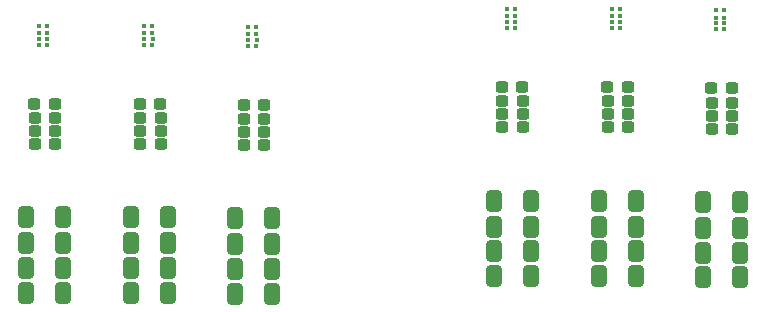
<source format=gbp>
G04 #@! TF.GenerationSoftware,KiCad,Pcbnew,(6.0.10)*
G04 #@! TF.CreationDate,2023-02-12T23:23:38+01:00*
G04 #@! TF.ProjectId,hamodule,68616d6f-6475-46c6-952e-6b696361645f,20220918.20*
G04 #@! TF.SameCoordinates,Original*
G04 #@! TF.FileFunction,Paste,Bot*
G04 #@! TF.FilePolarity,Positive*
%FSLAX46Y46*%
G04 Gerber Fmt 4.6, Leading zero omitted, Abs format (unit mm)*
G04 Created by KiCad (PCBNEW (6.0.10)) date 2023-02-12 23:23:38*
%MOMM*%
%LPD*%
G01*
G04 APERTURE LIST*
G04 Aperture macros list*
%AMRoundRect*
0 Rectangle with rounded corners*
0 $1 Rounding radius*
0 $2 $3 $4 $5 $6 $7 $8 $9 X,Y pos of 4 corners*
0 Add a 4 corners polygon primitive as box body*
4,1,4,$2,$3,$4,$5,$6,$7,$8,$9,$2,$3,0*
0 Add four circle primitives for the rounded corners*
1,1,$1+$1,$2,$3*
1,1,$1+$1,$4,$5*
1,1,$1+$1,$6,$7*
1,1,$1+$1,$8,$9*
0 Add four rect primitives between the rounded corners*
20,1,$1+$1,$2,$3,$4,$5,0*
20,1,$1+$1,$4,$5,$6,$7,0*
20,1,$1+$1,$6,$7,$8,$9,0*
20,1,$1+$1,$8,$9,$2,$3,0*%
G04 Aperture macros list end*
%ADD10RoundRect,0.079500X0.079500X0.100500X-0.079500X0.100500X-0.079500X-0.100500X0.079500X-0.100500X0*%
%ADD11RoundRect,0.237500X0.300000X0.237500X-0.300000X0.237500X-0.300000X-0.237500X0.300000X-0.237500X0*%
%ADD12RoundRect,0.250000X0.412500X0.650000X-0.412500X0.650000X-0.412500X-0.650000X0.412500X-0.650000X0*%
G04 APERTURE END LIST*
D10*
X80414000Y-51273000D03*
X81104000Y-51273000D03*
X80414000Y-52873000D03*
X81104000Y-52873000D03*
X49754000Y-53773000D03*
X50444000Y-53773000D03*
D11*
X42196500Y-60473000D03*
X40471500Y-60473000D03*
D12*
X91379000Y-73873000D03*
X88254000Y-73873000D03*
X82459000Y-69673000D03*
X79334000Y-69673000D03*
D11*
X81796500Y-59073000D03*
X80071500Y-59073000D03*
X99479000Y-57973000D03*
X97754000Y-57973000D03*
D10*
X98154000Y-52473000D03*
X98844000Y-52473000D03*
X40814000Y-54273000D03*
X41504000Y-54273000D03*
X81124000Y-52373000D03*
X80434000Y-52373000D03*
D12*
X100179000Y-73973000D03*
X97054000Y-73973000D03*
D11*
X51079000Y-59273000D03*
X49354000Y-59273000D03*
D12*
X42859000Y-75273000D03*
X39734000Y-75273000D03*
D11*
X51116500Y-60473000D03*
X49391500Y-60473000D03*
D12*
X82459000Y-73873000D03*
X79334000Y-73873000D03*
D10*
X58554000Y-53873000D03*
X59244000Y-53873000D03*
D12*
X60579000Y-75373000D03*
X57454000Y-75373000D03*
X60579000Y-71173000D03*
X57454000Y-71173000D03*
D10*
X41504000Y-52673000D03*
X40814000Y-52673000D03*
D12*
X60579000Y-73273000D03*
X57454000Y-73273000D03*
D10*
X49734000Y-52673000D03*
X50424000Y-52673000D03*
D11*
X42196500Y-62673000D03*
X40471500Y-62673000D03*
D12*
X91379000Y-67473000D03*
X88254000Y-67473000D03*
D11*
X99516500Y-60273000D03*
X97791500Y-60273000D03*
D12*
X51779000Y-75273000D03*
X48654000Y-75273000D03*
X51779000Y-73173000D03*
X48654000Y-73173000D03*
D10*
X59224000Y-53373000D03*
X58534000Y-53373000D03*
D11*
X90679000Y-57873000D03*
X88954000Y-57873000D03*
D10*
X90024000Y-51873000D03*
X89334000Y-51873000D03*
D12*
X42859000Y-73173000D03*
X39734000Y-73173000D03*
D10*
X98824000Y-52973000D03*
X98134000Y-52973000D03*
D12*
X82459000Y-67473000D03*
X79334000Y-67473000D03*
X42859000Y-68873000D03*
X39734000Y-68873000D03*
X91379000Y-69673000D03*
X88254000Y-69673000D03*
D10*
X89354000Y-52373000D03*
X90044000Y-52373000D03*
D12*
X91379000Y-71773000D03*
X88254000Y-71773000D03*
D10*
X80414000Y-51873000D03*
X81104000Y-51873000D03*
D11*
X42196500Y-61573000D03*
X40471500Y-61573000D03*
D10*
X98134000Y-51373000D03*
X98824000Y-51373000D03*
D12*
X51779000Y-68873000D03*
X48654000Y-68873000D03*
D11*
X59916500Y-60573000D03*
X58191500Y-60573000D03*
D12*
X60579000Y-68973000D03*
X57454000Y-68973000D03*
D10*
X50424000Y-54273000D03*
X49734000Y-54273000D03*
D12*
X100179000Y-67573000D03*
X97054000Y-67573000D03*
X100179000Y-71873000D03*
X97054000Y-71873000D03*
D11*
X90716500Y-61273000D03*
X88991500Y-61273000D03*
X90716500Y-59073000D03*
X88991500Y-59073000D03*
D10*
X89334000Y-51273000D03*
X90024000Y-51273000D03*
X41524000Y-53773000D03*
X40834000Y-53773000D03*
X98824000Y-51973000D03*
X98134000Y-51973000D03*
D12*
X51779000Y-71073000D03*
X48654000Y-71073000D03*
D11*
X81796500Y-61273000D03*
X80071500Y-61273000D03*
D10*
X41504000Y-53273000D03*
X40814000Y-53273000D03*
D12*
X82459000Y-71773000D03*
X79334000Y-71773000D03*
D11*
X51116500Y-62673000D03*
X49391500Y-62673000D03*
D10*
X59224000Y-54373000D03*
X58534000Y-54373000D03*
D12*
X42859000Y-71073000D03*
X39734000Y-71073000D03*
D11*
X42159000Y-59273000D03*
X40434000Y-59273000D03*
X59879000Y-59373000D03*
X58154000Y-59373000D03*
X99516500Y-59173000D03*
X97791500Y-59173000D03*
X90716500Y-60173000D03*
X88991500Y-60173000D03*
D10*
X89334000Y-52873000D03*
X90024000Y-52873000D03*
D11*
X81796500Y-60173000D03*
X80071500Y-60173000D03*
X59916500Y-62773000D03*
X58191500Y-62773000D03*
X59916500Y-61673000D03*
X58191500Y-61673000D03*
D10*
X59224000Y-52773000D03*
X58534000Y-52773000D03*
D11*
X51116500Y-61573000D03*
X49391500Y-61573000D03*
X99516500Y-61373000D03*
X97791500Y-61373000D03*
D12*
X100179000Y-69773000D03*
X97054000Y-69773000D03*
D10*
X50424000Y-53273000D03*
X49734000Y-53273000D03*
D11*
X81759000Y-57873000D03*
X80034000Y-57873000D03*
M02*

</source>
